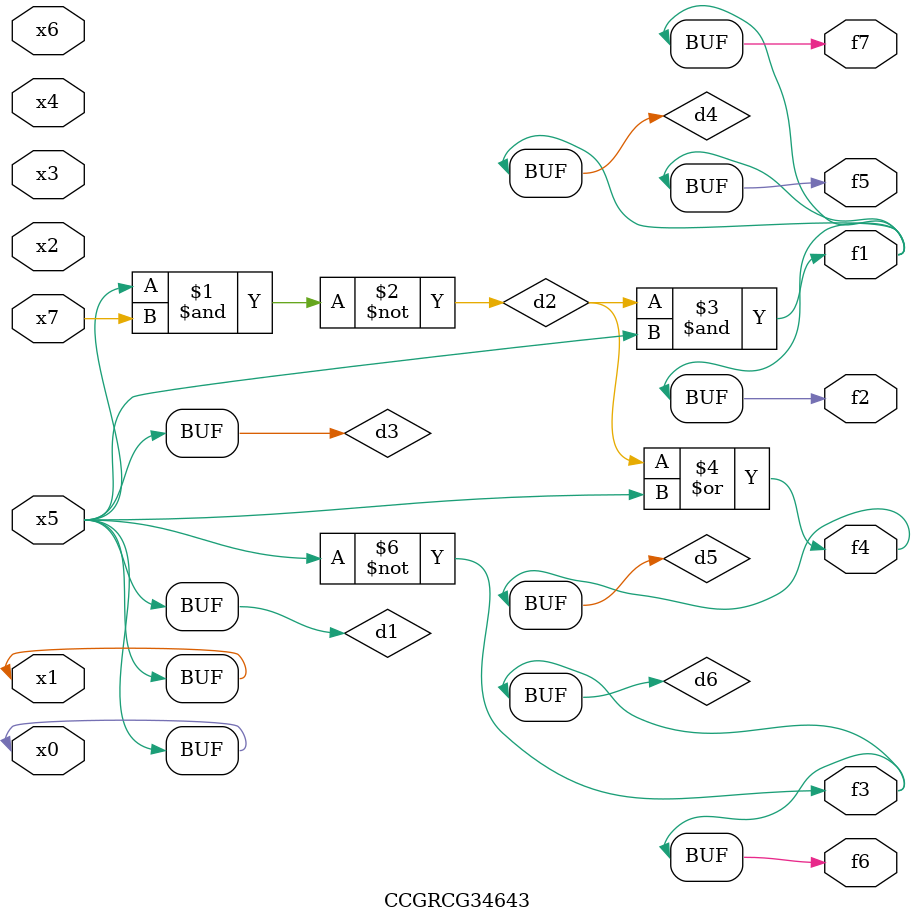
<source format=v>
module CCGRCG34643(
	input x0, x1, x2, x3, x4, x5, x6, x7,
	output f1, f2, f3, f4, f5, f6, f7
);

	wire d1, d2, d3, d4, d5, d6;

	buf (d1, x0, x5);
	nand (d2, x5, x7);
	buf (d3, x0, x1);
	and (d4, d2, d3);
	or (d5, d2, d3);
	nor (d6, d1, d3);
	assign f1 = d4;
	assign f2 = d4;
	assign f3 = d6;
	assign f4 = d5;
	assign f5 = d4;
	assign f6 = d6;
	assign f7 = d4;
endmodule

</source>
